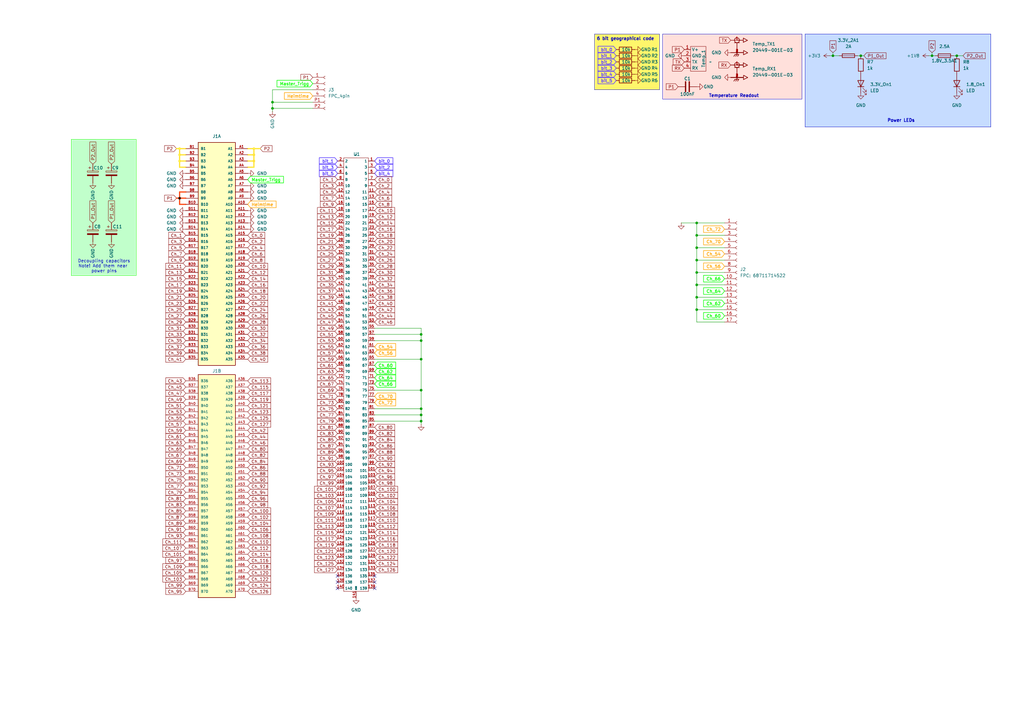
<source format=kicad_sch>
(kicad_sch (version 20250114) (generator "eeschema") (generator_version "9.0")
  (paper "A3")
  (rectangle (start 330.2 13.97) (end 406.4 52.07) (fill (type color) (color 198 220 255 1)))
  (rectangle (start 29.21 57.15) (end 55.88 113.03) (stroke (width 0) (color 39 255 15 1)) (fill (type color) (color 193 255 203 1)))
  (rectangle (start 271.78 13.97) (end 328.93 40.64) (fill (type color) (color 255 224 219 1)))
  (rectangle (start 243.84 13.97) (end 270.51 36.83) (fill (type color) (color 255 246 107 1)))
  (text "6 bit geographical code\n" (at 256.54 16.002 0) (effects (font (size 1.27 1.27) (thickness 0.254) (bold yes))))
  (text "Decoupling capacitors\nNote! Add them near \npower pins" (at 42.672 109.22 0) (effects (font (size 1.27 1.27))))
  (text "Power LEDs" (at 369.57 49.53 0) (effects (font (size 1.27 1.27) (thickness 0.254) (bold yes))))
  (text "Temperature Readout" (at 300.99 39.37 0) (effects (font (size 1.27 1.27) (thickness 0.254) (bold yes))))
  (junction (at 172.72 139.7))
  (junction (at 73.66 63.5) (color 255 228 54 0.8509803922))
  (junction (at 172.72 147.32))
  (junction (at 73.66 81.28) (color 0 0 0 0.85))
  (junction (at 104.14 63.5) (color 255 228 54 0.8509803922))
  (junction (at 104.14 66.04) (color 255 228 54 0.8509803922))
  (junction (at 285.75 127))
  (junction (at 285.75 116.84))
  (junction (at 172.72 170.18))
  (junction (at 285.75 96.52))
  (junction (at 285.75 91.44))
  (junction (at 172.72 172.72))
  (junction (at 341.63 22.86))
  (junction (at 285.75 121.92))
  (junction (at 353.06 22.86))
  (junction (at 73.66 60.96) (color 255 228 54 0.8509803922))
  (junction (at 382.27 22.86))
  (junction (at 285.75 106.68))
  (junction (at 392.43 22.86))
  (junction (at 285.75 101.6))
  (junction (at 73.66 66.04) (color 255 228 54 0.8509803922))
  (junction (at 111.76 44.45))
  (junction (at 172.72 160.02))
  (junction (at 111.76 41.91))
  (junction (at 104.14 60.96) (color 255 228 54 0.8509803922))
  (junction (at 285.75 111.76))
  (junction (at 172.72 167.64))
  (junction (at 172.72 137.16))
  (no_connect (at 153.67 238.76))
  (no_connect (at 153.67 241.3))
  (no_connect (at 138.43 241.3))
  (no_connect (at 153.67 236.22))
  (no_connect (at 138.43 236.22))
  (no_connect (at 138.43 238.76))
  (wire (pts (xy 297.18 132.08) (xy 285.75 132.08)))
  (wire (pts (xy 76.2 63.5) (xy 73.66 63.5)) (stroke (width 0.5) (color 255 228 54 0.8509803922)))
  (wire (pts (xy 72.39 81.28) (xy 73.66 81.28)) (stroke (width 0.5) (color 255 76 22 0.85)))
  (wire (pts (xy 111.76 41.91) (xy 128.27 41.91)))
  (wire (pts (xy 104.14 66.04) (xy 104.14 63.5)) (stroke (width 0.5) (color 255 228 54 0.85)))
  (wire (pts (xy 297.18 116.84) (xy 285.75 116.84)))
  (wire (pts (xy 172.72 139.7) (xy 172.72 147.32)))
  (wire (pts (xy 382.27 22.86) (xy 383.54 22.86)))
  (wire (pts (xy 297.18 127) (xy 285.75 127)))
  (wire (pts (xy 104.14 60.96) (xy 101.6 60.96)) (stroke (width 0.5) (color 255 228 54 0.85)))
  (wire (pts (xy 381 22.86) (xy 382.27 22.86)))
  (wire (pts (xy 297.18 121.92) (xy 285.75 121.92)))
  (wire (pts (xy 111.76 36.83) (xy 111.76 41.91)))
  (wire (pts (xy 285.75 91.44) (xy 297.18 91.44)))
  (wire (pts (xy 76.2 78.74) (xy 73.66 78.74)) (stroke (width 0.5) (color 255 76 22 0.85)))
  (wire (pts (xy 104.14 63.5) (xy 104.14 60.96)) (stroke (width 0.5) (color 255 228 54 0.85)))
  (wire (pts (xy 111.76 44.45) (xy 111.76 45.72)))
  (wire (pts (xy 73.66 83.82) (xy 73.66 81.28)) (stroke (width 0.5) (color 255 76 22 0.85)))
  (wire (pts (xy 285.75 111.76) (xy 285.75 106.68)))
  (wire (pts (xy 153.67 167.64) (xy 172.72 167.64)))
  (wire (pts (xy 76.2 66.04) (xy 73.66 66.04)) (stroke (width 0.5) (color 255 228 54 0.8509803922)))
  (wire (pts (xy 101.6 63.5) (xy 104.14 63.5)) (stroke (width 0.5) (color 255 228 54 0.85)))
  (wire (pts (xy 285.75 96.52) (xy 285.75 91.44)))
  (wire (pts (xy 101.6 66.04) (xy 104.14 66.04)) (stroke (width 0.5) (color 255 228 54 0.85)))
  (wire (pts (xy 111.76 44.45) (xy 128.27 44.45)))
  (wire (pts (xy 172.72 173.99) (xy 172.72 172.72)))
  (wire (pts (xy 353.06 22.86) (xy 354.33 22.86)))
  (wire (pts (xy 172.72 170.18) (xy 172.72 167.64)))
  (wire (pts (xy 76.2 83.82) (xy 73.66 83.82)) (stroke (width 0.5) (color 255 76 22 0.85)))
  (wire (pts (xy 153.67 160.02) (xy 172.72 160.02)))
  (wire (pts (xy 73.66 81.28) (xy 76.2 81.28)) (stroke (width 0.5) (color 255 76 22 0.85)))
  (wire (pts (xy 104.14 68.58) (xy 101.6 68.58)) (stroke (width 0.5) (color 255 228 54 0.85)))
  (wire (pts (xy 73.66 60.96) (xy 72.39 60.96)) (stroke (width 0.5) (color 255 228 54 0.85)))
  (wire (pts (xy 285.75 132.08) (xy 285.75 127)))
  (wire (pts (xy 73.66 78.74) (xy 73.66 81.28)) (stroke (width 0.5) (color 255 76 22 0.85)))
  (wire (pts (xy 128.27 36.83) (xy 111.76 36.83)))
  (wire (pts (xy 111.76 41.91) (xy 111.76 44.45)))
  (wire (pts (xy 172.72 167.64) (xy 172.72 160.02)))
  (wire (pts (xy 285.75 116.84) (xy 285.75 111.76)))
  (wire (pts (xy 285.75 106.68) (xy 285.75 101.6)))
  (wire (pts (xy 279.4 91.44) (xy 285.75 91.44)))
  (wire (pts (xy 341.63 22.86) (xy 344.17 22.86)))
  (wire (pts (xy 153.67 170.18) (xy 172.72 170.18)))
  (wire (pts (xy 172.72 137.16) (xy 172.72 139.7)))
  (wire (pts (xy 297.18 111.76) (xy 285.75 111.76)))
  (wire (pts (xy 153.67 139.7) (xy 172.72 139.7)))
  (wire (pts (xy 76.2 60.96) (xy 73.66 60.96)) (stroke (width 0.5) (color 255 228 54 0.85)))
  (wire (pts (xy 285.75 127) (xy 285.75 121.92)))
  (wire (pts (xy 172.72 134.62) (xy 172.72 137.16)))
  (wire (pts (xy 340.36 22.86) (xy 341.63 22.86)))
  (wire (pts (xy 76.2 68.58) (xy 73.66 68.58)) (stroke (width 0.5) (color 255 228 54 0.8509803922)))
  (wire (pts (xy 382.27 21.59) (xy 382.27 22.86)))
  (wire (pts (xy 297.18 96.52) (xy 285.75 96.52)))
  (wire (pts (xy 172.72 147.32) (xy 172.72 160.02)))
  (wire (pts (xy 297.18 106.68) (xy 285.75 106.68)))
  (wire (pts (xy 341.63 21.59) (xy 341.63 22.86)))
  (wire (pts (xy 153.67 147.32) (xy 172.72 147.32)))
  (wire (pts (xy 106.68 60.96) (xy 104.14 60.96)) (stroke (width 0.5) (color 255 228 54 0.85)))
  (wire (pts (xy 391.16 22.86) (xy 392.43 22.86)))
  (wire (pts (xy 392.43 22.86) (xy 394.97 22.86)))
  (wire (pts (xy 73.66 66.04) (xy 73.66 68.58)) (stroke (width 0.5) (color 255 228 54 0.8509803922)))
  (wire (pts (xy 172.72 172.72) (xy 172.72 170.18)))
  (wire (pts (xy 351.79 22.86) (xy 353.06 22.86)))
  (wire (pts (xy 153.67 134.62) (xy 172.72 134.62)))
  (wire (pts (xy 153.67 137.16) (xy 172.72 137.16)))
  (wire (pts (xy 73.66 60.96) (xy 73.66 63.5)) (stroke (width 0.5) (color 255 228 54 0.8509803922)))
  (wire (pts (xy 153.67 172.72) (xy 172.72 172.72)))
  (wire (pts (xy 285.75 101.6) (xy 285.75 96.52)))
  (wire (pts (xy 73.66 63.5) (xy 73.66 66.04)) (stroke (width 0.5) (color 255 228 54 0.8509803922)))
  (wire (pts (xy 297.18 101.6) (xy 285.75 101.6)))
  (wire (pts (xy 285.75 121.92) (xy 285.75 116.84)))
  (wire (pts (xy 104.14 68.58) (xy 104.14 66.04)) (stroke (width 0.5) (color 255 228 54 0.85)))
  (global_label "Ch_20" (shape input) (at 101.6 121.92 0) (property "Intersheetrefs" "${INTERSHEET_REFS}" (effects (hide yes))))
  (global_label "Ch_104" (shape input) (at 101.6 214.63 0) (property "Intersheetrefs" "${INTERSHEET_REFS}" (effects (hide yes))))
  (global_label "Ch_28" (shape input) (at 101.6 132.08 0) (property "Intersheetrefs" "${INTERSHEET_REFS}" (effects (hide yes))))
  (global_label "Ch_100" (shape input) (at 153.67 200.66 0) (property "Intersheetrefs" "${INTERSHEET_REFS}" (effects (hide yes))))
  (global_label "Ch_99" (shape input) (at 138.43 198.12 180) (property "Intersheetrefs" "${INTERSHEET_REFS}" (effects (hide yes))))
  (global_label "Ch_81" (shape input) (at 76.2 204.47 180) (property "Intersheetrefs" "${INTERSHEET_REFS}" (effects (hide yes))))
  (global_label "Ch_98" (shape input) (at 153.67 198.12 0) (property "Intersheetrefs" "${INTERSHEET_REFS}" (effects (hide yes))))
  (global_label "Ch_69" (shape input) (at 138.43 160.02 180) (property "Intersheetrefs" "${INTERSHEET_REFS}" (effects (hide yes))))
  (global_label "Ch_109" (shape input) (at 76.2 232.41 180) (property "Intersheetrefs" "${INTERSHEET_REFS}" (effects (hide yes))))
  (global_label "Ch_62" (shape input) (at 297.18 124.46 180) (effects (font (thickness 0.254) (bold yes))) (property "Intersheetrefs" "${INTERSHEET_REFS}" (effects (hide yes))))
  (global_label "Ch_110" (shape input) (at 153.67 213.36 0) (property "Intersheetrefs" "${INTERSHEET_REFS}" (effects (hide yes))))
  (global_label "Ch_116" (shape input) (at 101.6 229.87 0) (property "Intersheetrefs" "${INTERSHEET_REFS}" (effects (hide yes))))
  (global_label "Ch_56" (shape input) (at 153.67 144.78 0) (effects (font (thickness 0.254) (bold yes))) (property "Intersheetrefs" "${INTERSHEET_REFS}" (effects (hide yes))))
  (global_label "Ch_84" (shape input) (at 153.67 180.34 0) (property "Intersheetrefs" "${INTERSHEET_REFS}" (effects (hide yes))))
  (global_label "Ch_84" (shape input) (at 101.6 189.23 0) (property "Intersheetrefs" "${INTERSHEET_REFS}" (effects (hide yes))))
  (global_label "Ch_16" (shape input) (at 153.67 93.98 0) (property "Intersheetrefs" "${INTERSHEET_REFS}" (effects (hide yes))))
  (global_label "Ch_57" (shape input) (at 138.43 144.78 180) (property "Intersheetrefs" "${INTERSHEET_REFS}" (effects (hide yes))))
  (global_label "Ch_101" (shape input) (at 138.43 200.66 180) (property "Intersheetrefs" "${INTERSHEET_REFS}" (effects (hide yes))))
  (global_label "Ch_38" (shape input) (at 101.6 144.78 0) (property "Intersheetrefs" "${INTERSHEET_REFS}" (effects (hide yes))))
  (global_label "Ch_94" (shape input) (at 101.6 201.93 0) (property "Intersheetrefs" "${INTERSHEET_REFS}" (effects (hide yes))))
  (global_label "Ch_106" (shape input) (at 153.67 208.28 0) (property "Intersheetrefs" "${INTERSHEET_REFS}" (effects (hide yes))))
  (global_label "Ch_6" (shape input) (at 101.6 104.14 0) (property "Intersheetrefs" "${INTERSHEET_REFS}" (effects (hide yes))))
  (global_label "Ch_112" (shape input) (at 153.67 215.9 0) (property "Intersheetrefs" "${INTERSHEET_REFS}" (effects (hide yes))))
  (global_label "P1" (shape input) (at 72.39 81.28 180) (property "Intersheetrefs" "${INTERSHEET_REFS}" (effects (hide yes))))
  (global_label "Ch_96" (shape input) (at 101.6 204.47 0) (property "Intersheetrefs" "${INTERSHEET_REFS}" (effects (hide yes))))
  (global_label "Ch_82" (shape input) (at 153.67 177.8 0) (property "Intersheetrefs" "${INTERSHEET_REFS}" (effects (hide yes))))
  (global_label "Ch_59" (shape input) (at 138.43 147.32 180) (property "Intersheetrefs" "${INTERSHEET_REFS}" (effects (hide yes))))
  (global_label "Ch_45" (shape input) (at 76.2 158.75 180) (property "Intersheetrefs" "${INTERSHEET_REFS}" (effects (hide yes))))
  (global_label "Ch_97" (shape input) (at 138.43 195.58 180) (property "Intersheetrefs" "${INTERSHEET_REFS}" (effects (hide yes))))
  (global_label "Ch_112" (shape input) (at 101.6 224.79 0) (property "Intersheetrefs" "${INTERSHEET_REFS}" (effects (hide yes))))
  (global_label "Ch_40" (shape input) (at 101.6 147.32 0) (property "Intersheetrefs" "${INTERSHEET_REFS}" (effects (hide yes))))
  (global_label "Ch_61" (shape input) (at 138.43 149.86 180) (property "Intersheetrefs" "${INTERSHEET_REFS}" (effects (hide yes))))
  (global_label "Ch_80" (shape input) (at 153.67 175.26 0) (property "Intersheetrefs" "${INTERSHEET_REFS}" (effects (hide yes))))
  (global_label "Ch_117" (shape input) (at 138.43 220.98 180) (property "Intersheetrefs" "${INTERSHEET_REFS}" (effects (hide yes))))
  (global_label "P1" (shape input) (at 128.27 31.75 180) (property "Intersheetrefs" "${INTERSHEET_REFS}" (effects (hide yes))))
  (global_label "P1" (shape input) (at 280.67 20.32 180) (property "Intersheetrefs" "${INTERSHEET_REFS}" (effects (hide yes))))
  (global_label "Ch_87" (shape input) (at 138.43 182.88 180) (property "Intersheetrefs" "${INTERSHEET_REFS}" (effects (hide yes))))
  (global_label "P2_Out" (shape input) (at 45.72 67.31 90) (property "Intersheetrefs" "${INTERSHEET_REFS}" (effects (hide yes))))
  (global_label "Ch_73" (shape input) (at 138.43 165.1 180) (property "Intersheetrefs" "${INTERSHEET_REFS}" (effects (hide yes))))
  (global_label "Ch_87" (shape input) (at 76.2 212.09 180) (property "Intersheetrefs" "${INTERSHEET_REFS}" (effects (hide yes))))
  (global_label "Ch_26" (shape input) (at 153.67 106.68 0) (property "Intersheetrefs" "${INTERSHEET_REFS}" (effects (hide yes))))
  (global_label "Ch_1" (shape input) (at 138.43 73.66 180) (property "Intersheetrefs" "${INTERSHEET_REFS}" (effects (hide yes))))
  (global_label "Ch_117" (shape input) (at 101.6 161.29 0) (property "Intersheetrefs" "${INTERSHEET_REFS}" (effects (hide yes))))
  (global_label "Ch_67" (shape input) (at 138.43 157.48 180) (property "Intersheetrefs" "${INTERSHEET_REFS}" (effects (hide yes))))
  (global_label "Ch_85" (shape input) (at 138.43 180.34 180) (property "Intersheetrefs" "${INTERSHEET_REFS}" (effects (hide yes))))
  (global_label "Ch_17" (shape input) (at 76.2 116.84 180) (property "Intersheetrefs" "${INTERSHEET_REFS}" (effects (hide yes))))
  (global_label "Ch_122" (shape input) (at 153.67 228.6 0) (property "Intersheetrefs" "${INTERSHEET_REFS}" (effects (hide yes))))
  (global_label "P1_Out" (shape input) (at 45.72 91.44 90) (property "Intersheetrefs" "${INTERSHEET_REFS}" (effects (hide yes))))
  (global_label "Ch_0" (shape input) (at 153.67 73.66 0) (property "Intersheetrefs" "${INTERSHEET_REFS}" (effects (hide yes))))
  (global_label "Ch_97" (shape input) (at 76.2 229.87 180) (property "Intersheetrefs" "${INTERSHEET_REFS}" (effects (hide yes))))
  (global_label "Ch_95" (shape input) (at 138.43 193.04 180) (property "Intersheetrefs" "${INTERSHEET_REFS}" (effects (hide yes))))
  (global_label "Ch_60" (shape input) (at 297.18 129.54 180) (effects (font (thickness 0.254) (bold yes))) (property "Intersheetrefs" "${INTERSHEET_REFS}" (effects (hide yes))))
  (global_label "Ch_31" (shape input) (at 138.43 111.76 180) (property "Intersheetrefs" "${INTERSHEET_REFS}" (effects (hide yes))))
  (global_label "Ch_111" (shape input) (at 138.43 213.36 180) (property "Intersheetrefs" "${INTERSHEET_REFS}" (effects (hide yes))))
  (global_label "Ch_111" (shape input) (at 76.2 222.25 180) (property "Intersheetrefs" "${INTERSHEET_REFS}" (effects (hide yes))))
  (global_label "Ch_18" (shape input) (at 153.67 96.52 0) (property "Intersheetrefs" "${INTERSHEET_REFS}" (effects (hide yes))))
  (global_label "Ch_10" (shape input) (at 101.6 109.22 0) (property "Intersheetrefs" "${INTERSHEET_REFS}" (effects (hide yes))))
  (global_label "P1_Out" (shape input) (at 354.33 22.86 0) (property "Intersheetrefs" "${INTERSHEET_REFS}" (effects (hide yes))))
  (global_label "Ch_28" (shape input) (at 153.67 109.22 0) (property "Intersheetrefs" "${INTERSHEET_REFS}" (effects (hide yes))))
  (global_label "Ch_64" (shape input) (at 297.18 119.38 180) (effects (font (thickness 0.254) (bold yes))) (property "Intersheetrefs" "${INTERSHEET_REFS}" (effects (hide yes))))
  (global_label "Ch_116" (shape input) (at 153.67 220.98 0) (property "Intersheetrefs" "${INTERSHEET_REFS}" (effects (hide yes))))
  (global_label "Ch_11" (shape input) (at 76.2 109.22 180) (property "Intersheetrefs" "${INTERSHEET_REFS}" (effects (hide yes))))
  (global_label "Ch_51" (shape input) (at 76.2 166.37 180) (property "Intersheetrefs" "${INTERSHEET_REFS}" (effects (hide yes))))
  (global_label "Ch_103" (shape input) (at 138.43 203.2 180) (property "Intersheetrefs" "${INTERSHEET_REFS}" (effects (hide yes))))
  (global_label "Ch_67" (shape input) (at 76.2 186.69 180) (property "Intersheetrefs" "${INTERSHEET_REFS}" (effects (hide yes))))
  (global_label "Ch_119" (shape input) (at 101.6 163.83 0) (property "Intersheetrefs" "${INTERSHEET_REFS}" (effects (hide yes))))
  (global_label "P1_Out" (shape input) (at 38.1 91.44 90) (property "Intersheetrefs" "${INTERSHEET_REFS}" (effects (hide yes))))
  (global_label "P2" (shape input) (at 72.39 60.96 180) (property "Intersheetrefs" "${INTERSHEET_REFS}" (effects (hide yes))))
  (global_label "Ch_32" (shape input) (at 153.67 114.3 0) (property "Intersheetrefs" "${INTERSHEET_REFS}" (effects (hide yes))))
  (global_label "Ch_95" (shape input) (at 76.2 242.57 180) (property "Intersheetrefs" "${INTERSHEET_REFS}" (effects (hide yes))))
  (global_label "Ch_108" (shape input) (at 101.6 219.71 0) (property "Intersheetrefs" "${INTERSHEET_REFS}" (effects (hide yes))))
  (global_label "Ch_55" (shape input) (at 138.43 142.24 180) (property "Intersheetrefs" "${INTERSHEET_REFS}" (effects (hide yes))))
  (global_label "Ch_23" (shape input) (at 76.2 124.46 180) (property "Intersheetrefs" "${INTERSHEET_REFS}" (effects (hide yes))))
  (global_label "Ch_25" (shape input) (at 76.2 127 180) (property "Intersheetrefs" "${INTERSHEET_REFS}" (effects (hide yes))))
  (global_label "Ch_119" (shape input) (at 138.43 223.52 180) (property "Intersheetrefs" "${INTERSHEET_REFS}" (effects (hide yes))))
  (global_label "Ch_41" (shape input) (at 138.43 124.46 180) (property "Intersheetrefs" "${INTERSHEET_REFS}" (effects (hide yes))))
  (global_label "Ch_16" (shape input) (at 101.6 116.84 0) (property "Intersheetrefs" "${INTERSHEET_REFS}" (effects (hide yes))))
  (global_label "Ch_83" (shape input) (at 138.43 177.8 180) (property "Intersheetrefs" "${INTERSHEET_REFS}" (effects (hide yes))))
  (global_label "Ch_39" (shape input) (at 138.43 121.92 180) (property "Intersheetrefs" "${INTERSHEET_REFS}" (effects (hide yes))))
  (global_label "Ch_124" (shape input) (at 101.6 240.03 0) (property "Intersheetrefs" "${INTERSHEET_REFS}" (effects (hide yes))))
  (global_label "Ch_1" (shape input) (at 76.2 96.52 180) (property "Intersheetrefs" "${INTERSHEET_REFS}" (effects (hide yes))))
  (global_label "Ch_21" (shape input) (at 76.2 121.92 180) (property "Intersheetrefs" "${INTERSHEET_REFS}" (effects (hide yes))))
  (global_label "Ch_46" (shape input) (at 153.67 132.08 0) (property "Intersheetrefs" "${INTERSHEET_REFS}" (effects (hide yes))))
  (global_label "Ch_33" (shape input) (at 76.2 137.16 180) (property "Intersheetrefs" "${INTERSHEET_REFS}" (effects (hide yes))))
  (global_label "Ch_72" (shape input) (at 153.67 165.1 0) (effects (font (thickness 0.254) (bold yes))) (property "Intersheetrefs" "${INTERSHEET_REFS}" (effects (hide yes))))
  (global_label "Ch_93" (shape input) (at 76.2 219.71 180) (property "Intersheetrefs" "${INTERSHEET_REFS}" (effects (hide yes))))
  (global_label "Ch_63" (shape input) (at 138.43 152.4 180) (property "Intersheetrefs" "${INTERSHEET_REFS}" (effects (hide yes))))
  (global_label "Ch_71" (shape input) (at 76.2 191.77 180) (property "Intersheetrefs" "${INTERSHEET_REFS}" (effects (hide yes))))
  (global_label "Ch_107" (shape input) (at 76.2 224.79 180) (property "Intersheetrefs" "${INTERSHEET_REFS}" (effects (hide yes))))
  (global_label "P2" (shape input) (at 382.27 21.59 90) (property "Intersheetrefs" "${INTERSHEET_REFS}" (effects (hide yes))))
  (global_label "Ch_4" (shape input) (at 101.6 101.6 0) (property "Intersheetrefs" "${INTERSHEET_REFS}" (effects (hide yes))))
  (global_label "Ch_72" (shape input) (at 297.18 93.98 180) (effects (font (thickness 0.254) (bold yes))) (property "Intersheetrefs" "${INTERSHEET_REFS}" (effects (hide yes))))
  (global_label "Ch_105" (shape input) (at 76.2 234.95 180) (property "Intersheetrefs" "${INTERSHEET_REFS}" (effects (hide yes))))
  (global_label "bit_4" (shape input) (at 153.67 71.12 0) (effects (font (thickness 0.254) (bold yes))) (property "Intersheetrefs" "${INTERSHEET_REFS}" (effects (hide yes))))
  (global_label "Ch_47" (shape input) (at 138.43 132.08 180) (property "Intersheetrefs" "${INTERSHEET_REFS}" (effects (hide yes))))
  (global_label "Ch_127" (shape input) (at 138.43 233.68 180) (property "Intersheetrefs" "${INTERSHEET_REFS}" (effects (hide yes))))
  (global_label "Ch_11" (shape input) (at 138.43 86.36 180) (property "Intersheetrefs" "${INTERSHEET_REFS}" (effects (hide yes))))
  (global_label "P2_Out" (shape input) (at 38.1 67.31 90) (property "Intersheetrefs" "${INTERSHEET_REFS}" (effects (hide yes))))
  (global_label "Ch_105" (shape input) (at 138.43 205.74 180) (property "Intersheetrefs" "${INTERSHEET_REFS}" (effects (hide yes))))
  (global_label "Ch_75" (shape input) (at 76.2 196.85 180) (property "Intersheetrefs" "${INTERSHEET_REFS}" (effects (hide yes))))
  (global_label "bit_1" (shape input) (at 138.43 66.04 180) (effects (font (thickness 0.254) (bold yes))) (property "Intersheetrefs" "${INTERSHEET_REFS}" (effects (hide yes))))
  (global_label "bit_0" (shape input) (at 252.73 20.32 180) (effects (font (thickness 0.254) (bold yes))) (property "Intersheetrefs" "${INTERSHEET_REFS}" (effects (hide yes))))
  (global_label "Ch_29" (shape input) (at 138.43 109.22 180) (property "Intersheetrefs" "${INTERSHEET_REFS}" (effects (hide yes))))
  (global_label "Ch_37" (shape input) (at 76.2 142.24 180) (property "Intersheetrefs" "${INTERSHEET_REFS}" (effects (hide yes))))
  (global_label "Ch_88" (shape input) (at 153.67 185.42 0) (property "Intersheetrefs" "${INTERSHEET_REFS}" (effects (hide yes))))
  (global_label "Ch_94" (shape input) (at 153.67 193.04 0) (property "Intersheetrefs" "${INTERSHEET_REFS}" (effects (hide yes))))
  (global_label "Heimtime" (shape input) (at 128.27 39.37 180) (effects (font (thickness 0.254) (bold yes))) (property "Intersheetrefs" "${INTERSHEET_REFS}" (effects (hide yes))))
  (global_label "Ch_43" (shape input) (at 76.2 156.21 180) (property "Intersheetrefs" "${INTERSHEET_REFS}" (effects (hide yes))))
  (global_label "Ch_113" (shape input) (at 138.43 215.9 180) (property "Intersheetrefs" "${INTERSHEET_REFS}" (effects (hide yes))))
  (global_label "Ch_6" (shape input) (at 153.67 81.28 0) (property "Intersheetrefs" "${INTERSHEET_REFS}" (effects (hide yes))))
  (global_label "Ch_64" (shape input) (at 153.67 154.94 0) (effects (font (thickness 0.254) (bold yes))) (property "Intersheetrefs" "${INTERSHEET_REFS}" (effects (hide yes))))
  (global_label "Ch_85" (shape input) (at 76.2 209.55 180) (property "Intersheetrefs" "${INTERSHEET_REFS}" (effects (hide yes))))
  (global_label "Ch_122" (shape input) (at 101.6 237.49 0) (property "Intersheetrefs" "${INTERSHEET_REFS}" (effects (hide yes))))
  (global_label "Ch_103" (shape input) (at 76.2 237.49 180) (property "Intersheetrefs" "${INTERSHEET_REFS}" (effects (hide yes))))
  (global_label "Ch_23" (shape input) (at 138.43 101.6 180) (property "Intersheetrefs" "${INTERSHEET_REFS}" (effects (hide yes))))
  (global_label "bit_3" (shape input) (at 138.43 68.58 180) (effects (font (thickness 0.254) (bold yes))) (property "Intersheetrefs" "${INTERSHEET_REFS}" (effects (hide yes))))
  (global_label "Ch_2" (shape input) (at 153.67 76.2 0) (property "Intersheetrefs" "${INTERSHEET_REFS}" (effects (hide yes))))
  (global_label "Ch_41" (shape input) (at 76.2 147.32 180) (property "Intersheetrefs" "${INTERSHEET_REFS}" (effects (hide yes))))
  (global_label "Ch_92" (shape input) (at 101.6 199.39 0) (property "Intersheetrefs" "${INTERSHEET_REFS}" (effects (hide yes))))
  (global_label "Ch_101" (shape input) (at 76.2 227.33 180) (property "Intersheetrefs" "${INTERSHEET_REFS}" (effects (hide yes))))
  (global_label "Ch_69" (shape input) (at 76.2 189.23 180) (property "Intersheetrefs" "${INTERSHEET_REFS}" (effects (hide yes))))
  (global_label "Ch_60" (shape input) (at 153.67 149.86 0) (effects (font (thickness 0.254) (bold yes))) (property "Intersheetrefs" "${INTERSHEET_REFS}" (effects (hide yes))))
  (global_label "Ch_126" (shape input) (at 153.67 233.68 0) (property "Intersheetrefs" "${INTERSHEET_REFS}" (effects (hide yes))))
  (global_label "Ch_81" (shape input) (at 138.43 175.26 180) (property "Intersheetrefs" "${INTERSHEET_REFS}" (effects (hide yes))))
  (global_label "Ch_13" (shape input) (at 138.43 88.9 180) (property "Intersheetrefs" "${INTERSHEET_REFS}" (effects (hide yes))))
  (global_label "Ch_31" (shape input) (at 76.2 134.62 180) (property "Intersheetrefs" "${INTERSHEET_REFS}" (effects (hide yes))))
  (global_label "Ch_36" (shape input) (at 153.67 119.38 0) (property "Intersheetrefs" "${INTERSHEET_REFS}" (effects (hide yes))))
  (global_label "Ch_86" (shape input) (at 101.6 191.77 0) (property "Intersheetrefs" "${INTERSHEET_REFS}" (effects (hide yes))))
  (global_label "Ch_10" (shape input) (at 153.67 86.36 0) (property "Intersheetrefs" "${INTERSHEET_REFS}" (effects (hide yes))))
  (global_label "Ch_89" (shape input) (at 138.43 185.42 180) (property "Intersheetrefs" "${INTERSHEET_REFS}" (effects (hide yes))))
  (global_label "Ch_26" (shape input) (at 101.6 129.54 0) (property "Intersheetrefs" "${INTERSHEET_REFS}" (effects (hide yes))))
  (global_label "Ch_43" (shape input) (at 138.43 127 180) (property "Intersheetrefs" "${INTERSHEET_REFS}" (effects (hide yes))))
  (global_label "Ch_30" (shape input) (at 101.6 134.62 0) (property "Intersheetrefs" "${INTERSHEET_REFS}" (effects (hide yes))))
  (global_label "Ch_42" (shape input) (at 153.67 127 0) (property "Intersheetrefs" "${INTERSHEET_REFS}" (effects (hide yes))))
  (global_label "Ch_30" (shape input) (at 153.67 111.76 0) (property "Intersheetrefs" "${INTERSHEET_REFS}" (effects (hide yes))))
  (global_label "Ch_77" (shape input) (at 76.2 199.39 180) (property "Intersheetrefs" "${INTERSHEET_REFS}" (effects (hide yes))))
  (global_label "P1" (shape input) (at 278.13 35.56 180) (property "Intersheetrefs" "${INTERSHEET_REFS}" (effects (hide yes))))
  (global_label "Ch_61" (shape input) (at 76.2 179.07 180) (property "Intersheetrefs" "${INTERSHEET_REFS}" (effects (hide yes))))
  (global_label "Ch_110" (shape input) (at 101.6 222.25 0) (property "Intersheetrefs" "${INTERSHEET_REFS}" (effects (hide yes))))
  (global_label "Ch_65" (shape input) (at 76.2 184.15 180) (property "Intersheetrefs" "${INTERSHEET_REFS}" (effects (hide yes))))
  (global_label "Ch_38" (shape input) (at 153.67 121.92 0) (property "Intersheetrefs" "${INTERSHEET_REFS}" (effects (hide yes))))
  (global_label "Ch_104" (shape input) (at 153.67 205.74 0) (property "Intersheetrefs" "${INTERSHEET_REFS}" (effects (hide yes))))
  (global_label "Ch_3" (shape input) (at 138.43 76.2 180) (property "Intersheetrefs" "${INTERSHEET_REFS}" (effects (hide yes))))
  (global_label "Ch_54" (shape input) (at 153.67 142.24 0) (effects (font (thickness 0.254) (bold yes))) (property "Intersheetrefs" "${INTERSHEET_REFS}" (effects (hide yes))))
  (global_label "Ch_126" (shape input) (at 101.6 242.57 0) (property "Intersheetrefs" "${INTERSHEET_REFS}" (effects (hide yes))))
  (global_label "Ch_15" (shape input) (at 138.43 91.44 180) (property "Intersheetrefs" "${INTERSHEET_REFS}" (effects (hide yes))))
  (global_label "Ch_19" (shape input) (at 138.43 96.52 180) (property "Intersheetrefs" "${INTERSHEET_REFS}" (effects (hide yes))))
  (global_label "Ch_89" (shape input) (at 76.2 214.63 180) (property "Intersheetrefs" "${INTERSHEET_REFS}" (effects (hide yes))))
  (global_label "Ch_127" (shape input) (at 101.6 173.99 0) (property "Intersheetrefs" "${INTERSHEET_REFS}" (effects (hide yes))))
  (global_label "TX" (shape input) (at 280.67 25.4 180) (property "Intersheetrefs" "${INTERSHEET_REFS}" (effects (hide yes))))
  (global_label "Ch_113" (shape input) (at 101.6 156.21 0) (property "Intersheetrefs" "${INTERSHEET_REFS}" (effects (hide yes))))
  (global_label "Ch_120" (shape input) (at 101.6 234.95 0) (property "Intersheetrefs" "${INTERSHEET_REFS}" (effects (hide yes))))
  (global_label "Ch_53" (shape input) (at 76.2 168.91 180) (property "Intersheetrefs" "${INTERSHEET_REFS}" (effects (hide yes))))
  (global_label "Ch_12" (shape input) (at 101.6 111.76 0) (property "Intersheetrefs" "${INTERSHEET_REFS}" (effects (hide yes))))
  (global_label "TX" (shape input) (at 299.72 16.51 180) (property "Intersheetrefs" "${INTERSHEET_REFS}" (effects (hide yes))))
  (global_label "Ch_114" (shape input) (at 153.67 218.44 0) (property "Intersheetrefs" "${INTERSHEET_REFS}" (effects (hide yes))))
  (global_label "Ch_46" (shape input) (at 101.6 181.61 0) (property "Intersheetrefs" "${INTERSHEET_REFS}" (effects (hide yes))))
  (global_label "Ch_5" (shape input) (at 76.2 101.6 180) (property "Intersheetrefs" "${INTERSHEET_REFS}" (effects (hide yes))))
  (global_label "Ch_96" (shape input) (at 153.67 195.58 0) (property "Intersheetrefs" "${INTERSHEET_REFS}" (effects (hide yes))))
  (global_label "bit_5" (shape input) (at 252.73 33.02 180) (effects (font (thickness 0.254) (bold yes))) (property "Intersheetrefs" "${INTERSHEET_REFS}" (effects (hide yes))))
  (global_label "Ch_2" (shape input) (at 101.6 99.06 0) (property "Intersheetrefs" "${INTERSHEET_REFS}" (effects (hide yes))))
  (global_label "Ch_47" (shape input) (at 76.2 161.29 180) (property "Intersheetrefs" "${INTERSHEET_REFS}" (effects (hide yes))))
  (global_label "Ch_13" (shape input) (at 76.2 111.76 180) (property "Intersheetrefs" "${INTERSHEET_REFS}" (effects (hide yes))))
  (global_label "Ch_22" (shape input) (at 101.6 124.46 0) (property "Intersheetrefs" "${INTERSHEET_REFS}" (effects (hide yes))))
  (global_label "Ch_93" (shape input) (at 138.43 190.5 180) (property "Intersheetrefs" "${INTERSHEET_REFS}" (effects (hide yes))))
  (global_label "Ch_99" (shape input) (at 76.2 240.03 180) (property "Intersheetrefs" "${INTERSHEET_REFS}" (effects (hide yes))))
  (global_label "Ch_54" (shape input) (at 297.18 104.14 180) (effects (font (thickness 0.254) (bold yes))) (property "Intersheetrefs" "${INTERSHEET_REFS}" (effects (hide yes))))
  (global_label "Ch_7" (shape input) (at 138.43 81.28 180) (property "Intersheetrefs" "${INTERSHEET_REFS}" (effects (hide yes))))
  (global_label "Ch_19" (shape input) (at 76.2 119.38 180) (property "Intersheetrefs" "${INTERSHEET_REFS}" (effects (hide yes))))
  (global_label "Ch_121" (shape input) (at 138.43 226.06 180) (property "Intersheetrefs" "${INTERSHEET_REFS}" (effects (hide yes))))
  (global_label "Ch_59" (shape input) (at 76.2 176.53 180) (property "Intersheetrefs" "${INTERSHEET_REFS}" (effects (hide yes))))
  (global_label "Ch_39" (shape input) (at 76.2 144.78 180) (property "Intersheetrefs" "${INTERSHEET_REFS}" (effects (hide yes))))
  (global_label "Ch_90" (shape input) (at 153.67 187.96 0) (property "Intersheetrefs" "${INTERSHEET_REFS}" (effects (hide yes))))
  (global_label "Ch_100" (shape input) (at 101.6 209.55 0) (property "Intersheetrefs" "${INTERSHEET_REFS}" (effects (hide yes))))
  (global_label "Ch_92" (shape input) (at 153.67 190.5 0) (property "Intersheetrefs" "${INTERSHEET_REFS}" (effects (hide yes))))
  (global_label "Ch_34" (shape input) (at 153.67 116.84 0) (property "Intersheetrefs" "${INTERSHEET_REFS}" (effects (hide yes))))
  (global_label "Ch_115" (shape input) (at 101.6 158.75 0) (property "Intersheetrefs" "${INTERSHEET_REFS}" (effects (hide yes))))
  (global_label "Ch_12" (shape input) (at 153.67 88.9 0) (property "Intersheetrefs" "${INTERSHEET_REFS}" (effects (hide yes))))
  (global_label "Ch_49" (shape input) (at 138.43 134.62 180) (property "Intersheetrefs" "${INTERSHEET_REFS}" (effects (hide yes))))
  (global_label "Ch_44" (shape input) (at 153.67 129.54 0) (property "Intersheetrefs" "${INTERSHEET_REFS}" (effects (hide yes))))
  (global_label "Ch_62" (shape input) (at 153.67 152.4 0) (effects (font (thickness 0.254) (bold yes))) (property "Intersheetrefs" "${INTERSHEET_REFS}" (effects (hide yes))))
  (global_label "Ch_79" (shape input) (at 138.43 172.72 180) (property "Intersheetrefs" "${INTERSHEET_REFS}" (effects (hide yes))))
  (global_label "bit_1" (shape input) (at 252.73 22.86 180) (effects (font (thickness 0.254) (bold yes))) (property "Intersheetrefs" "${INTERSHEET_REFS}" (effects (hide yes))))
  (global_label "Ch_27" (shape input) (at 76.2 129.54 180) (property "Intersheetrefs" "${INTERSHEET_REFS}" (effects (hide yes))))
  (global_label "Ch_102" (shape input) (at 101.6 212.09 0) (property "Intersheetrefs" "${INTERSHEET_REFS}" (effects (hide yes))))
  (global_label "Ch_22" (shape input) (at 153.67 101.6 0) (property "Intersheetrefs" "${INTERSHEET_REFS}" (effects (hide yes))))
  (global_label "Ch_71" (shape input) (at 138.43 162.56 180) (property "Intersheetrefs" "${INTERSHEET_REFS}" (effects (hide yes))))
  (global_label "Ch_73" (shape input) (at 76.2 194.31 180) (property "Intersheetrefs" "${INTERSHEET_REFS}" (effects (hide yes))))
  (global_label "Ch_18" (shape input) (at 101.6 119.38 0) (property "Intersheetrefs" "${INTERSHEET_REFS}" (effects (hide yes))))
  (global_label "Master_Trigg" (shape input) (at 128.27 34.29 180) (effects (font (thickness 0.254) (bold yes))) (property "Intersheetrefs" "${INTERSHEET_REFS}" (effects (hide yes))))
  (global_label "Ch_83" (shape input) (at 76.2 207.01 180) (property "Intersheetrefs" "${INTERSHEET_REFS}" (effects (hide yes))))
  (global_label "bit_5" (shape input) (at 138.43 71.12 180) (effects (font (thickness 0.254) (bold yes))) (property "Intersheetrefs" "${INTERSHEET_REFS}" (effects (hide yes))))
  (global_label "Ch_40" (shape input) (at 153.67 124.46 0) (property "Intersheetrefs" "${INTERSHEET_REFS}" (effects (hide yes))))
  (global_label "Ch_82" (shape input) (at 101.6 186.69 0) (property "Intersheetrefs" "${INTERSHEET_REFS}" (effects (hide yes))))
  (global_label "Ch_125" (shape input) (at 138.43 231.14 180) (property "Intersheetrefs" "${INTERSHEET_REFS}" (effects (hide yes))))
  (global_label "Ch_102" (shape input) (at 153.67 203.2 0) (property "Intersheetrefs" "${INTERSHEET_REFS}" (effects (hide yes))))
  (global_label "bit_2" (shape input) (at 153.67 68.58 0) (effects (font (thickness 0.254) (bold yes))) (property "Intersheetrefs" "${INTERSHEET_REFS}" (effects (hide yes))))
  (global_label "RX" (shape input) (at 280.67 27.94 180) (property "Intersheetrefs" "${INTERSHEET_REFS}" (effects (hide yes))))
  (global_label "Ch_21" (shape input) (at 138.43 99.06 180) (property "Intersheetrefs" "${INTERSHEET_REFS}" (effects (hide yes))))
  (global_label "Ch_86" (shape input) (at 153.67 182.88 0) (property "Intersheetrefs" "${INTERSHEET_REFS}" (effects (hide yes))))
  (global_label "Ch_70" (shape input) (at 153.67 162.56 0) (effects (font (thickness 0.254) (bold yes))) (property "Intersheetrefs" "${INTERSHEET_REFS}" (effects (hide yes))))
  (global_label "Ch_66" (shape input) (at 153.67 157.48 0) (effects (font (thickness 0.254) (bold yes))) (property "Intersheetrefs" "${INTERSHEET_REFS}" (effects (hide yes))))
  (global_label "Ch_24" (shape input) (at 153.67 104.14 0) (property "Intersheetrefs" "${INTERSHEET_REFS}" (effects (hide yes))))
  (global_label "Ch_63" (shape input) (at 76.2 181.61 180) (property "Intersheetrefs" "${INTERSHEET_REFS}" (effects (hide yes))))
  (global_label "Ch_49" (shape input) (at 76.2 163.83 180) (property "Intersheetrefs" "${INTERSHEET_REFS}" (effects (hide yes))))
  (global_label "Ch_118" (shape input) (at 153.67 223.52 0) (property "Intersheetrefs" "${INTERSHEET_REFS}" (effects (hide yes))))
  (global_label "Heimtime" (shape input) (at 101.6 83.82 0) (effects (font (thickness 0.254) (bold yes))) (property "Intersheetrefs" "${INTERSHEET_REFS}" (effects (hide yes))))
  (global_label "Ch_4" (shape input) (at 153.67 78.74 0) (property "Intersheetrefs" "${INTERSHEET_REFS}" (effects (hide yes))))
  (global_label "P2_Out" (shape input) (at 394.97 22.86 0) (property "Intersheetrefs" "${INTERSHEET_REFS}" (effects (hide yes))))
  (global_label "Ch_7" (shape input) (at 76.2 104.14 180) (property "Intersheetrefs" "${INTERSHEET_REFS}" (effects (hide yes))))
  (global_label "Ch_53" (shape input) (at 138.43 139.7 180) (property "Intersheetrefs" "${INTERSHEET_REFS}" (effects (hide yes))))
  (global_label "Ch_125" (shape input) (at 101.6 171.45 0) (property "Intersheetrefs" "${INTERSHEET_REFS}" (effects (hide yes))))
  (global_label "Ch_8" (shape input) (at 153.67 83.82 0) (property "Intersheetrefs" "${INTERSHEET_REFS}" (effects (hide yes))))
  (global_label "Ch_42" (shape input) (at 101.6 176.53 0) (property "Intersheetrefs" "${INTERSHEET_REFS}" (effects (hide yes))))
  (global_label "P1" (shape input) (at 341.63 21.59 90) (property "Intersheetrefs" "${INTERSHEET_REFS}" (effects (hide yes))))
  (global_label "Ch_44" (shape input) (at 101.6 179.07 0) (property "Intersheetrefs" "${INTERSHEET_REFS}" (effects (hide yes))))
  (global_label "Ch_79" (shape input) (at 76.2 201.93 180) (property "Intersheetrefs" "${INTERSHEET_REFS}" (effects (hide yes))))
  (global_label "Ch_123" (shape input) (at 138.43 228.6 180) (property "Intersheetrefs" "${INTERSHEET_REFS}" (effects (hide yes))))
  (global_label "Ch_5" (shape input) (at 138.43 78.74 180) (property "Intersheetrefs" "${INTERSHEET_REFS}" (effects (hide yes))))
  (global_label "Ch_120" (shape input) (at 153.67 226.06 0) (property "Intersheetrefs" "${INTERSHEET_REFS}" (effects (hide yes))))
  (global_label "Ch_27" (shape input) (at 138.43 106.68 180) (property "Intersheetrefs" "${INTERSHEET_REFS}" (effects (hide yes))))
  (global_label "Ch_121" (shape input) (at 101.6 166.37 0) (property "Intersheetrefs" "${INTERSHEET_REFS}" (effects (hide yes))))
  (global_label "Ch_45" (shape input) (at 138.43 129.54 180) (property "Intersheetrefs" "${INTERSHEET_REFS}" (effects (hide yes))))
  (global_label "Master_Trigg" (shape input) (at 101.6 73.66 0) (effects (font (thickness 0.254) (bold yes))) (property "Intersheetrefs" "${INTERSHEET_REFS}" (effects (hide yes))))
  (global_label "Ch_51" (shape input) (at 138.43 137.16 180) (property "Intersheetrefs" "${INTERSHEET_REFS}" (effects (hide yes))))
  (global_label "Ch_20" (shape input) (at 153.67 99.06 0) (property "Intersheetrefs" "${INTERSHEET_REFS}" (effects (hide yes))))
  (global_label "Ch_108" (shape input) (at 153.67 210.82 0) (property "Intersheetrefs" "${INTERSHEET_REFS}" (effects (hide yes))))
  (global_label "Ch_15" (shape input) (at 76.2 114.3 180) (property "Intersheetrefs" "${INTERSHEET_REFS}" (effects (hide yes))))
  (global_label "Ch_35" (shape input) (at 138.43 116.84 180) (property "Intersheetrefs" "${INTERSHEET_REFS}" (effects (hide yes))))
  (global_label "Ch_33" (shape input) (at 138.43 114.3 180) (property "Intersheetrefs" "${INTERSHEET_REFS}" (effects (hide yes))))
  (global_label "Ch_56" (shape input) (at 297.18 109.22 180) (effects (font (thickness 0.254) (bold yes))) (property "Intersheetrefs" "${INTERSHEET_REFS}" (effects (hide yes))))
  (global_label "Ch_32" (shape input) (at 101.6 137.16 0) (property "Intersheetrefs" "${INTERSHEET_REFS}" (effects (hide yes))))
  (global_label "Ch_109" (shape input) (at 138.43 210.82 180) (property "Intersheetrefs" "${INTERSHEET_REFS}" (effects (hide yes))))
  (global_label "Ch_77" (shape input) (at 138.43 170.18 180) (property "Intersheetrefs" "${INTERSHEET_REFS}" (effects (hide yes))))
  (global_label "Ch_124" (shape input) (at 153.67 231.14 0) (property "Intersheetrefs" "${INTERSHEET_REFS}" (effects (hide yes))))
  (global_label "bit_4" (shape input) (at 252.73 30.48 180) (effects (font (thickness 0.254) (bold yes))) (property "Intersheetrefs" "${INTERSHEET_REFS}" (effects (hide yes))))
  (global_label "Ch_24" (shape input) (at 101.6 127 0) (property "Intersheetrefs" "${INTERSHEET_REFS}" (effects (hide yes))))
  (global_label "Ch_90" (shape input) (at 101.6 196.85 0) (property "Intersheetrefs" "${INTERSHEET_REFS}" (effects (hide yes))))
  (global_label "Ch_106" (shape input) (at 101.6 217.17 0) (property "Intersheetrefs" "${INTERSHEET_REFS}" (effects (hide yes))))
  (global_label "Ch_34" (shape input) (at 101.6 139.7 0) (property "Intersheetrefs" "${INTERSHEET_REFS}" (effects (hide yes))))
  (global_label "Ch_80" (shape input) (at 101.6 184.15 0) (property "Intersheetrefs" "${INTERSHEET_REFS}" (effects (hide yes))))
  (global_label "Ch_14" (shape input) (at 153.67 91.44 0) (property "Intersheetrefs" "${INTERSHEET_REFS}" (effects (hide yes))))
  (global_label "RX" (shape input) (at 299.72 26.67 180) (property "Intersheetrefs" "${INTERSHEET_REFS}" (effects (hide yes))))
  (global_label "Ch_29" (shape input) (at 76.2 132.08 180) (property "Intersheetrefs" "${INTERSHEET_REFS}" (effects (hide yes))))
  (global_label "Ch_36" (shape input) (at 101.6 142.24 0) (property "Intersheetrefs" "${INTERSHEET_REFS}" (effects (hide yes))))
  (global_label "Ch_9" (shape input) (at 76.2 106.68 180) (property "Intersheetrefs" "${INTERSHEET_REFS}" (effects (hide yes))))
  (global_label "Ch_88" (shape input) (at 101.6 194.31 0) (property "Intersheetrefs" "${INTERSHEET_REFS}" (effects (hide yes))))
  (global_label "Ch_70" (shape input) (at 297.18 99.06 180) (effects (font (thickness 0.254) (bold yes))) (property "Intersheetrefs" "${INTERSHEET_REFS}" (effects (hide yes))))
  (global_label "Ch_55" (shape input) (at 76.2 171.45 180) (property "Intersheetrefs" "${INTERSHEET_REFS}" (effects (hide yes))))
  (global_label "Ch_98" (shape input) (at 101.6 207.01 0) (property "Intersheetrefs" "${INTERSHEET_REFS}" (effects (hide yes))))
  (global_label "bit_0" (shape input) (at 153.67 66.04 0) (effects (font (thickness 0.254) (bold yes))) (property "Intersheetrefs" "${INTERSHEET_REFS}" (effects (hide yes))))
  (global_label "Ch_107" (shape input) (at 138.43 208.28 180) (property "Intersheetrefs" "${INTERSHEET_REFS}" (effects (hide yes))))
  (global_label "Ch_37" (shape input) (at 138.43 119.38 180) (property "Intersheetrefs" "${INTERSHEET_REFS}" (effects (hide yes))))
  (global_label "Ch_57" (shape input) (at 76.2 173.99 180) (property "Intersheetrefs" "${INTERSHEET_REFS}" (effects (hide yes))))
  (global_label "bit_2" (shape input) (at 252.73 25.4 180) (effects (font (thickness 0.254) (bold yes))) (property "Intersheetrefs" "${INTERSHEET_REFS}" (effects (hide yes))))
  (global_label "Ch_91" (shape input) (at 138.43 187.96 180) (property "Intersheetrefs" "${INTERSHEET_REFS}" (effects (hide yes))))
  (global_label "Ch_75" (shape input) (at 138.43 167.64 180) (property "Intersheetrefs" "${INTERSHEET_REFS}" (effects (hide yes))))
  (global_label "Ch_66" (shape input) (at 297.18 114.3 180) (effects (font (thickness 0.254) (bold yes))) (property "Intersheetrefs" "${INTERSHEET_REFS}" (effects (hide yes))))
  (global_label "Ch_14" (shape input) (at 101.6 114.3 0) (property "Intersheetrefs" "${INTERSHEET_REFS}" (effects (hide yes))))
  (global_label "Ch_123" (shape input) (at 101.6 168.91 0) (property "Intersheetrefs" "${INTERSHEET_REFS}" (effects (hide yes))))
  (global_label "bit_3" (shape input) (at 252.73 27.94 180) (effects (font (thickness 0.254) (bold yes))) (property "Intersheetrefs" "${INTERSHEET_REFS}" (effects (hide yes))))
  (global_label "Ch_118" (shape input) (at 101.6 232.41 0) (property "Intersheetrefs" "${INTERSHEET_REFS}" (effects (hide yes))))
  (global_label "Ch_0" (shape input) (at 101.6 96.52 0) (property "Intersheetrefs" "${INTERSHEET_REFS}" (effects (hide yes))))
  (global_label "Ch_115" (shape input) (at 138.43 218.44 180) (property "Intersheetrefs" "${INTERSHEET_REFS}" (effects (hide yes))))
  (global_label "Ch_17" (shape input) (at 138.43 93.98 180) (property "Intersheetrefs" "${INTERSHEET_REFS}" (effects (hide yes))))
  (global_label "Ch_25" (shape input) (at 138.43 104.14 180) (property "Intersheetrefs" "${INTERSHEET_REFS}" (effects (hide yes))))
  (global_label "Ch_114" (shape input) (at 101.6 227.33 0) (property "Intersheetrefs" "${INTERSHEET_REFS}" (effects (hide yes))))
  (global_label "P2" (shape input) (at 106.68 60.96 0) (property "Intersheetrefs" "${INTERSHEET_REFS}" (effects (hide yes))))
  (global_label "Ch_65" (shape input) (at 138.43 154.94 180) (property "Intersheetrefs" "${INTERSHEET_REFS}" (effects (hide yes))))
  (global_label "Ch_9" (shape input) (at 138.43 83.82 180) (property "Intersheetrefs" "${INTERSHEET_REFS}" (effects (hide yes))))
  (global_label "Ch_91" (shape input) (at 76.2 217.17 180) (property "Intersheetrefs" "${INTERSHEET_REFS}" (effects (hide yes))))
  (global_label "Ch_35" (shape input) (at 76.2 139.7 180) (property "Intersheetrefs" "${INTERSHEET_REFS}" (effects (hide yes))))
  (global_label "Ch_8" (shape input) (at 101.6 106.68 0) (property "Intersheetrefs" "${INTERSHEET_REFS}" (effects (hide yes))))
  (global_label "Ch_3" (shape input) (at 76.2 99.06 180) (property "Intersheetrefs" "${INTERSHEET_REFS}" (effects (hide yes))))
  (symbol (lib_id "power:GND") (at 45.72 99.06 0) (unit 1)
    (property "Reference" "#PWR043" (effects (hide yes)))
    (property "Value" "GND" (at 45.72 101.854 90) (effects (justify right)))
    (property "Description" "Power symbol creates a global label with name \"GND\" , ground" (effects (hide yes)))
  )
  (symbol (lib_id "Device:R") (at 256.54 22.86 90) (unit 1)
    (property "Reference" "R2" (at 268.478 22.86 90))
    (property "Value" "10k" (at 256.794 22.86 90))
    (property "Footprint" "Resistor_SMD:R_0201_0603Metric" (effects (hide yes)))
    (property "Description" "Resistor" (effects (hide yes)))
  )
  (symbol (lib_id "power:GND") (at 111.76 45.72 0) (unit 1)
    (property "Reference" "#PWR034" (effects (hide yes)))
    (property "Value" "GND" (at 111.76 48.768 90) (effects (justify right)))
    (property "Description" "Power symbol creates a global label with name \"GND\" , ground" (effects (hide yes)))
  )
  (symbol (lib_id "Device:LED") (at 392.43 34.29 90) (unit 1)
    (property "Reference" "1.8_On1" (at 396.24 34.6074 90) (effects (justify right)))
    (property "Value" "LED" (at 396.24 37.1474 90) (effects (justify right)))
    (property "Footprint" "LED_SMD:LED_0603_1608Metric_Pad1.05x0.95mm_HandSolder" (effects (hide yes)))
    (property "Description" "Light emitting diode" (effects (hide yes)))
  )
  (symbol (lib_id "Connector:Conn_01x17_Socket") (at 302.26 111.76 0) (unit 1)
    (property "Reference" "J2" (at 303.53 110.4899 0) (effects (justify left)))
    (property "Value" "FPC: 68711714522" (at 303.53 113.0299 0) (effects (justify left)))
    (property "Footprint" "Custom_Footprints:68711714522" (effects (hide yes)))
    (property "Description" "Generic connector, single row, 01x17, script generated" (effects (hide yes)))
  )
  (symbol (lib_id "Device:Fuse") (at 387.35 22.86 90) (unit 1)
    (property "Reference" "1.8V_3.5A1" (at 387.35 24.892 90))
    (property "Value" "2.5A" (at 387.35 19.05 90))
    (property "Footprint" "Fuse:Fuse_0603_1608Metric_Pad1.05x0.95mm_HandSolder" (effects (hide yes)))
    (property "Description" "Fuse" (effects (hide yes)))
  )
  (symbol (lib_id "Device:C_Polarized") (at 38.1 71.12 0) (unit 1)
    (property "Reference" "C10" (at 38.354 68.834 0) (effects (justify left)))
    (property "Value" "TCJB475M025R0100" (effects (hide yes)))
    (property "Footprint" "Capacitor_Tantalum_SMD:CP_EIA-3528-12_Kemet-T" (effects (hide yes)))
    (property "Description" "Polarized capacitor" (effects (hide yes)))
  )
  (symbol (lib_id "power:GND") (at 299.72 21.59 270) (unit 1)
    (property "Reference" "#PWR025" (effects (hide yes)))
    (property "Value" "GND" (at 295.91 21.5899 90) (effects (justify right)))
    (property "Description" "Power symbol creates a global label with name \"GND\" , ground" (effects (hide yes)))
  )
  (symbol (lib_id "power:GND") (at 260.35 25.4 90) (unit 1)
    (property "Reference" "#PWR019" (effects (hide yes)))
    (property "Value" "GND" (at 262.89 25.4 90) (effects (justify right)))
    (property "Description" "Power symbol creates a global label with name \"GND\" , ground" (effects (hide yes)))
  )
  (symbol (lib_id "power:GND") (at 76.2 86.36 270) (unit 1)
    (property "Reference" "#PWR04" (effects (hide yes)))
    (property "Value" "GND" (at 72.39 86.3599 90) (effects (justify right)))
    (property "Description" "Power symbol creates a global label with name \"GND\" , ground" (effects (hide yes)))
  )
  (symbol (lib_id "power:GND") (at 101.6 81.28 90) (mirror x) (unit 1)
    (property "Reference" "#PWR011" (effects (hide yes)))
    (property "Value" "GND" (at 105.41 81.2799 90) (effects (justify right)))
    (property "Description" "Power symbol creates a global label with name \"GND\" , ground" (effects (hide yes)))
  )
  (symbol (lib_id "power:GND") (at 285.75 35.56 90) (unit 1)
    (property "Reference" "#PWR024" (effects (hide yes)))
    (property "Value" "GND" (at 288.544 35.56 90) (effects (justify right)))
    (property "Description" "Power symbol creates a global label with name \"GND\" , ground" (effects (hide yes)))
  )
  (symbol (lib_id "power:GND") (at 260.35 33.02 90) (mirror x) (unit 1)
    (property "Reference" "#PWR022" (effects (hide yes)))
    (property "Value" "GND" (at 262.89 33.02 90) (effects (justify right)))
    (property "Description" "Power symbol creates a global label with name \"GND\" , ground" (effects (hide yes)))
  )
  (symbol (lib_id "IPEX:20449-001E-03") (at 302.26 29.21 0) (unit 1)
    (property "Reference" "Temp_RX1" (at 308.61 28.1939 0) (effects (justify left)))
    (property "Value" "20449-001E-03" (at 308.61 30.7339 0) (effects (justify left)))
    (property "Footprint" "Custom_Footprints:IPEX_20449-001E-03" (effects (hide yes)))
    (property "MF" "I-PEX" (effects (hide yes)))
    (property "Description_1" "\n1 POS Vertical SMD Small form factor with big performance through 6 GHz connector, RF, micro-coaxial MHF 4 Receptacle\n" (effects (hide yes)))
    (property "Package" "None" (effects (hide yes)))
    (property "Price" "None" (effects (hide yes)))
    (property "Check_prices" "https://www.snapeda.com/parts/20449-001E-03/I-PEX/view-part/?ref=eda" (effects (hide yes)))
    (property "PARTREV" "5" (effects (hide yes)))
    (property "SnapEDA_Link" "https://www.snapeda.com/parts/20449-001E-03/I-PEX/view-part/?ref=snap" (effects (hide yes)))
    (property "MP" "20449-001E-03" (effects (hide yes)))
    (property "Purchase-URL" "https://www.snapeda.com/api/url_track_click_mouser/?unipart_id=3220640&manufacturer=I-PEX&part_name=20449-001E-03&search_term=ipex" (effects (hide yes)))
    (property "Availability" "In Stock" (effects (hide yes)))
    (property "STANDART" "Manufacturer Recomendations" (effects (hide yes)))
  )
  (symbol (lib_id "Device:R") (at 256.54 20.32 90) (unit 1)
    (property "Reference" "R1" (at 268.478 20.32 90))
    (property "Value" "10k" (at 256.794 20.32 90))
    (property "Footprint" "Resistor_SMD:R_0201_0603Metric" (effects (hide yes)))
    (property "Description" "Resistor" (effects (hide yes)))
  )
  (symbol (lib_id "power:GND") (at 101.6 78.74 90) (mirror x) (unit 1)
    (property "Reference" "#PWR010" (effects (hide yes)))
    (property "Value" "GND" (at 105.41 78.7399 90) (effects (justify right)))
    (property "Description" "Power symbol creates a global label with name \"GND\" , ground" (effects (hide yes)))
  )
  (symbol (lib_id "power:GND") (at 146.05 245.11 0) (unit 1)
    (property "Reference" "#PWR016" (effects (hide yes)))
    (property "Value" "GND" (at 146.05 250.19 0))
    (property "Description" "Power symbol creates a global label with name \"GND\" , ground" (effects (hide yes)))
  )
  (symbol (lib_id "IPEX:20449-001E-03") (at 302.26 19.05 0) (unit 1)
    (property "Reference" "Temp_TX1" (at 308.61 18.0339 0) (effects (justify left)))
    (property "Value" "20449-001E-03" (at 308.61 20.5739 0) (effects (justify left)))
    (property "Footprint" "Custom_Footprints:IPEX_20449-001E-03" (effects (hide yes)))
    (property "MF" "I-PEX" (effects (hide yes)))
    (property "Description_1" "\n1 POS Vertical SMD Small form factor with big performance through 6 GHz connector, RF, micro-coaxial MHF 4 Receptacle\n" (effects (hide yes)))
    (property "Package" "None" (effects (hide yes)))
    (property "Price" "None" (effects (hide yes)))
    (property "Check_prices" "https://www.snapeda.com/parts/20449-001E-03/I-PEX/view-part/?ref=eda" (effects (hide yes)))
    (property "PARTREV" "5" (effects (hide yes)))
    (property "SnapEDA_Link" "https://www.snapeda.com/parts/20449-001E-03/I-PEX/view-part/?ref=snap" (effects (hide yes)))
    (property "MP" "20449-001E-03" (effects (hide yes)))
    (property "Purchase-URL" "https://www.snapeda.com/api/url_track_click_mouser/?unipart_id=3220640&manufacturer=I-PEX&part_name=20449-001E-03&search_term=ipex" (effects (hide yes)))
    (property "Availability" "In Stock" (effects (hide yes)))
    (property "STANDART" "Manufacturer Recomendations" (effects (hide yes)))
  )
  (symbol (lib_id "Device:Fuse") (at 347.98 22.86 90) (unit 1)
    (property "Reference" "3.3V_2A1" (at 347.98 16.51 90))
    (property "Value" "2A" (at 347.98 19.05 90))
    (property "Footprint" "Fuse:Fuse_0603_1608Metric_Pad1.05x0.95mm_HandSolder" (effects (hide yes)))
    (property "Description" "Fuse" (effects (hide yes)))
  )
  (symbol (lib_id "power:GND") (at 101.6 71.12 90) (mirror x) (unit 1)
    (property "Reference" "#PWR08" (effects (hide yes)))
    (property "Value" "GND" (at 105.41 71.1199 90) (effects (justify right)))
    (property "Description" "Power symbol creates a global label with name \"GND\" , ground" (effects (hide yes)))
  )
  (symbol (lib_id "power:GND") (at 45.72 74.93 0) (unit 1)
    (property "Reference" "#PWR040" (effects (hide yes)))
    (property "Value" "GND" (at 45.72 77.978 90) (effects (justify right)))
    (property "Description" "Power symbol creates a global label with name \"GND\" , ground" (effects (hide yes)))
  )
  (symbol (lib_id "power:GND") (at 101.6 86.36 90) (mirror x) (unit 1)
    (property "Reference" "#PWR012" (effects (hide yes)))
    (property "Value" "GND" (at 105.41 86.3599 90) (effects (justify right)))
    (property "Description" "Power symbol creates a global label with name \"GND\" , ground" (effects (hide yes)))
  )
  (symbol (lib_id "FX10:FX10-140") (at 140.97 62.23 0) (unit 1)
    (property "Reference" "U1" (at 146.304 63.246 0))
    (property "Value" "~" (at 146.05 63.5 0))
    (property "Footprint" "Card_Edge_Connector_FCI:Hirose-FX10" (effects (hide yes)))
  )
  (symbol (lib_id "power:GND") (at 172.72 173.99 0) (unit 1)
    (property "Reference" "#PWR028" (effects (hide yes)))
    (property "Value" "GND" (effects (hide yes)))
    (property "Description" "Power symbol creates a global label with name \"GND\" , ground" (effects (hide yes)))
  )
  (symbol (lib_id "power:GND") (at 353.06 38.1 0) (unit 1)
    (property "Reference" "#PWR030" (effects (hide yes)))
    (property "Value" "GND" (at 353.06 43.18 0))
    (property "Description" "Power symbol creates a global label with name \"GND\" , ground" (effects (hide yes)))
  )
  (symbol (lib_id "power:GND") (at 38.1 99.06 0) (unit 1)
    (property "Reference" "#PWR041" (effects (hide yes)))
    (property "Value" "GND" (at 38.1 101.854 90) (effects (justify right)))
    (property "Description" "Power symbol creates a global label with name \"GND\" , ground" (effects (hide yes)))
  )
  (symbol (lib_id "Device:C_Polarized") (at 45.72 71.12 0) (unit 1)
    (property "Reference" "C9" (at 45.974 68.834 0) (effects (justify left)))
    (property "Value" "TCJB475M025R0100" (effects (hide yes)))
    (property "Footprint" "Capacitor_Tantalum_SMD:CP_EIA-3528-12_Kemet-T" (effects (hide yes)))
    (property "Description" "Polarized capacitor" (effects (hide yes)))
  )
  (symbol (lib_id "power:GND") (at 101.6 76.2 90) (mirror x) (unit 1)
    (property "Reference" "#PWR09" (effects (hide yes)))
    (property "Value" "GND" (at 105.41 76.1999 90) (effects (justify right)))
    (property "Description" "Power symbol creates a global label with name \"GND\" , ground" (effects (hide yes)))
  )
  (symbol (lib_id "power:GND") (at 76.2 91.44 270) (unit 1)
    (property "Reference" "#PWR06" (effects (hide yes)))
    (property "Value" "GND" (at 72.39 91.4399 90) (effects (justify right)))
    (property "Description" "Power symbol creates a global label with name \"GND\" , ground" (effects (hide yes)))
  )
  (symbol (lib_id "power:GND") (at 101.6 93.98 90) (mirror x) (unit 1)
    (property "Reference" "#PWR015" (effects (hide yes)))
    (property "Value" "GND" (at 105.41 93.9799 90) (effects (justify right)))
    (property "Description" "Power symbol creates a global label with name \"GND\" , ground" (effects (hide yes)))
  )
  (symbol (lib_id "power:+1V8") (at 381 22.86 90) (unit 1)
    (property "Reference" "#PWR032" (effects (hide yes)))
    (property "Value" "+1V8" (at 377.19 22.8599 90) (effects (justify left)))
    (property "Description" "Power symbol creates a global label with name \"+1V8\"" (effects (hide yes)))
  )
  (symbol (lib_id "power:+3V3") (at 340.36 22.86 90) (unit 1)
    (property "Reference" "#PWR029" (effects (hide yes)))
    (property "Value" "+3V3" (at 336.55 22.8599 90) (effects (justify left)))
    (property "Description" "Power symbol creates a global label with name \"+3V3\"" (effects (hide yes)))
  )
  (symbol (lib_id "power:GND") (at 76.2 71.12 270) (unit 1)
    (property "Reference" "#PWR01" (effects (hide yes)))
    (property "Value" "GND" (at 72.39 71.1199 90) (effects (justify right)))
    (property "Description" "Power symbol creates a global label with name \"GND\" , ground" (effects (hide yes)))
  )
  (symbol (lib_id "power:GND") (at 76.2 88.9 270) (unit 1)
    (property "Reference" "#PWR05" (effects (hide yes)))
    (property "Value" "GND" (at 72.39 88.8999 90) (effects (justify right)))
    (property "Description" "Power symbol creates a global label with name \"GND\" , ground" (effects (hide yes)))
  )
  (symbol (lib_id "Device:R") (at 392.43 26.67 0) (unit 1)
    (property "Reference" "R8" (at 394.97 25.3999 0) (effects (justify left)))
    (property "Value" "1k" (at 394.97 27.9399 0) (effects (justify left)))
    (property "Footprint" "Resistor_SMD:R_0603_1608Metric_Pad0.98x0.95mm_HandSolder" (effects (hide yes)))
    (property "Description" "Resistor" (effects (hide yes)))
  )
  (symbol (lib_id "Device:C") (at 281.94 35.56 90) (unit 1)
    (property "Reference" "C1" (at 281.94 32.258 90))
    (property "Value" "100nF" (at 281.94 38.608 90))
    (property "Footprint" "Capacitor_SMD:C_0402_1005Metric" (effects (hide yes)))
    (property "Description" "Unpolarized capacitor" (effects (hide yes)))
  )
  (symbol (lib_id "power:GND") (at 260.35 30.48 90) (mirror x) (unit 1)
    (property "Reference" "#PWR021" (effects (hide yes)))
    (property "Value" "GND" (at 262.89 30.48 90) (effects (justify right)))
    (property "Description" "Power symbol creates a global label with name \"GND\" , ground" (effects (hide yes)))
  )
  (symbol (lib_id "Device:LED") (at 353.06 34.29 90) (unit 1)
    (property "Reference" "3.3V_On1" (at 356.87 34.6074 90) (effects (justify right)))
    (property "Value" "LED" (at 356.87 37.1474 90) (effects (justify right)))
    (property "Footprint" "LED_SMD:LED_0603_1608Metric_Pad1.05x0.95mm_HandSolder" (effects (hide yes)))
    (property "Description" "Light emitting diode" (effects (hide yes)))
  )
  (symbol (lib_id "power:GND") (at 76.2 76.2 270) (unit 1)
    (property "Reference" "#PWR03" (effects (hide yes)))
    (property "Value" "GND" (at 72.39 76.1999 90) (effects (justify right)))
    (property "Description" "Power symbol creates a global label with name \"GND\" , ground" (effects (hide yes)))
  )
  (symbol (lib_id "Connector:Conn_01x06_Socket") (at 133.35 36.83 0) (unit 1)
    (property "Reference" "J3" (at 134.62 36.8299 0) (effects (justify left)))
    (property "Value" "FPC_4pin" (at 134.62 39.3699 0) (effects (justify left)))
    (property "Footprint" "Custom_Footprints:CON_5034800440_MOL" (effects (hide yes)))
    (property "Description" "Generic connector, single row, 01x06, script generated" (effects (hide yes)))
  )
  (symbol (lib_id "power:GND") (at 101.6 91.44 90) (mirror x) (unit 1)
    (property "Reference" "#PWR014" (effects (hide yes)))
    (property "Value" "GND" (at 105.41 91.4399 90) (effects (justify right)))
    (property "Description" "Power symbol creates a global label with name \"GND\" , ground" (effects (hide yes)))
  )
  (symbol (lib_id "power:GND") (at 101.6 88.9 90) (mirror x) (unit 1)
    (property "Reference" "#PWR013" (effects (hide yes)))
    (property "Value" "GND" (at 105.41 88.8999 90) (effects (justify right)))
    (property "Description" "Power symbol creates a global label with name \"GND\" , ground" (effects (hide yes)))
  )
  (symbol (lib_id "Device:R") (at 256.54 33.02 90) (mirror x) (unit 1)
    (property "Reference" "R6" (at 268.478 33.02 90))
    (property "Value" "10k" (at 256.794 33.02 90))
    (property "Footprint" "Resistor_SMD:R_0201_0603Metric" (effects (hide yes)))
    (property "Description" "Resistor" (effects (hide yes)))
  )
  (symbol (lib_id "power:GND") (at 260.35 27.94 90) (mirror x) (unit 1)
    (property "Reference" "#PWR020" (effects (hide yes)))
    (property "Value" "GND" (at 262.89 27.94 90) (effects (justify right)))
    (property "Description" "Power symbol creates a global label with name \"GND\" , ground" (effects (hide yes)))
  )
  (symbol (lib_id "power:GND") (at 260.35 20.32 90) (unit 1)
    (property "Reference" "#PWR017" (effects (hide yes)))
    (property "Value" "GND" (at 262.89 20.32 90) (effects (justify right)))
    (property "Description" "Power symbol creates a global label with name \"GND\" , ground" (effects (hide yes)))
  )
  (symbol (lib_id "power:GND") (at 280.67 22.86 270) (unit 1)
    (property "Reference" "#PWR023" (effects (hide yes)))
    (property "Value" "GND" (at 276.86 22.8599 90) (effects (justify right)))
    (property "Description" "Power symbol creates a global label with name \"GND\" , ground" (effects (hide yes)))
  )
  (symbol (lib_id "IPEX:TMP104") (at 281.94 19.05 0) (unit 1)
    (property "Reference" "Temp_1" (at 288.544 27.686 90) (effects (justify left)))
    (property "Value" "~" (at 290.83 25.4 0) (effects (justify left)))
    (property "Footprint" "IPEX:TMP104" (effects (hide yes)))
  )
  (symbol (lib_id "power:GND") (at 260.35 22.86 90) (unit 1)
    (property "Reference" "#PWR018" (effects (hide yes)))
    (property "Value" "GND" (at 262.89 22.86 90) (effects (justify right)))
    (property "Description" "Power symbol creates a global label with name \"GND\" , ground" (effects (hide yes)))
  )
  (symbol (lib_id "Device:R") (at 256.54 25.4 90) (unit 1)
    (property "Reference" "R3" (at 268.478 25.4 90))
    (property "Value" "10k" (at 256.794 25.4 90))
    (property "Footprint" "Resistor_SMD:R_0201_0603Metric" (effects (hide yes)))
    (property "Description" "Resistor" (effects (hide yes)))
  )
  (symbol (lib_id "power:GND") (at 76.2 93.98 270) (unit 1)
    (property "Reference" "#PWR07" (effects (hide yes)))
    (property "Value" "GND" (at 72.39 93.9799 90) (effects (justify right)))
    (property "Description" "Power symbol creates a global label with name \"GND\" , ground" (effects (hide yes)))
  )
  (symbol (lib_id "Device:R") (at 256.54 30.48 90) (mirror x) (unit 1)
    (property "Reference" "R5" (at 268.478 30.48 90))
    (property "Value" "10k" (at 256.794 30.48 90))
    (property "Footprint" "Resistor_SMD:R_0201_0603Metric" (effects (hide yes)))
    (property "Description" "Resistor" (effects (hide yes)))
  )
  (symbol (lib_id "HYDRA_Amphenol_card:ME1014010101011") (at 88.9 104.14 0) (mirror y) (unit 1)
    (property "Reference" "J1" (at 88.9 55.88 0))
    (property "Value" "ME1014010101011" (effects (hide yes)))
    (property "Footprint" "Card_Edge_Connector_FCI:Edge-Card-Connector" (effects (hide yes)))
    (property "PARTREV" "11" (effects (hide yes)))
    (property "STANDARD" "Manufacturer Recommendations" (effects (hide yes)))
    (property "SNAPEDA_PN" "ME1014010101011" (effects (hide yes)))
    (property "MAXIMUM_PACKAGE_HEIGHT" "9.1mm" (effects (hide yes)))
    (property "MANUFACTURER" "Amphenol" (effects (hide yes)))
  )
  (symbol (lib_id "power:GND") (at 38.1 74.93 0) (unit 1)
    (property "Reference" "#PWR042" (effects (hide yes)))
    (property "Value" "GND" (at 38.1 77.978 90) (effects (justify right)))
    (property "Description" "Power symbol creates a global label with name \"GND\" , ground" (effects (hide yes)))
  )
  (symbol (lib_id "power:GND") (at 299.72 31.75 270) (unit 1)
    (property "Reference" "#PWR026" (effects (hide yes)))
    (property "Value" "GND" (at 295.91 31.7499 90) (effects (justify right)))
    (property "Description" "Power symbol creates a global label with name \"GND\" , ground" (effects (hide yes)))
  )
  (symbol (lib_id "power:GND") (at 279.4 91.44 0) (unit 1)
    (property "Reference" "#PWR027" (effects (hide yes)))
    (property "Value" "GND" (effects (hide yes)))
    (property "Description" "Power symbol creates a global label with name \"GND\" , ground" (effects (hide yes)))
  )
  (symbol (lib_id "Device:C_Polarized") (at 45.72 95.25 0) (unit 1)
    (property "Reference" "C11" (at 46.228 92.964 0) (effects (justify left)))
    (property "Value" "TCJB475M025R0100" (effects (hide yes)))
    (property "Footprint" "Capacitor_Tantalum_SMD:CP_EIA-3528-12_Kemet-T" (effects (hide yes)))
    (property "Description" "Polarized capacitor" (effects (hide yes)))
  )
  (symbol (lib_id "power:GND") (at 76.2 73.66 270) (unit 1)
    (property "Reference" "#PWR02" (effects (hide yes)))
    (property "Value" "GND" (at 72.39 73.6599 90) (effects (justify right)))
    (property "Description" "Power symbol creates a global label with name \"GND\" , ground" (effects (hide yes)))
  )
  (symbol (lib_id "Device:C_Polarized") (at 38.1 95.25 0) (unit 1)
    (property "Reference" "C8" (at 38.608 92.964 0) (effects (justify left)))
    (property "Value" "TCJB475M025R0100" (effects (hide yes)))
    (property "Footprint" "Capacitor_Tantalum_SMD:CP_EIA-3528-12_Kemet-T" (effects (hide yes)))
    (property "Description" "Polarized capacitor" (effects (hide yes)))
  )
  (symbol (lib_id "HYDRA_Amphenol_card:ME1014010101011") (at 88.9 199.39 0) (mirror y) (unit 2)
    (property "Reference" "J1" (at 88.9 152.146 0))
    (property "Value" "ME1014010101011" (effects (hide yes)))
    (property "Footprint" "Card_Edge_Connector_FCI:Edge-Card-Connector" (effects (hide yes)))
    (property "PARTREV" "11" (effects (hide yes)))
    (property "STANDARD" "Manufacturer Recommendations" (effects (hide yes)))
    (property "SNAPEDA_PN" "ME1014010101011" (effects (hide yes)))
    (property "MAXIMUM_PACKAGE_HEIGHT" "9.1mm" (effects (hide yes)))
    (property "MANUFACTURER" "Amphenol" (effects (hide yes)))
  )
  (symbol (lib_id "Device:R") (at 256.54 27.94 90) (mirror x) (unit 1)
    (property "Reference" "R4" (at 268.478 27.94 90))
    (property "Value" "10k" (at 256.794 27.94 90))
    (property "Footprint" "Resistor_SMD:R_0201_0603Metric" (effects (hide yes)))
    (property "Description" "Resistor" (effects (hide yes)))
  )
  (symbol (lib_id "Device:R") (at 353.06 26.67 0) (unit 1)
    (property "Reference" "R7" (at 355.6 25.3999 0) (effects (justify left)))
    (property "Value" "1k" (at 355.6 27.9399 0) (effects (justify left)))
    (property "Footprint" "Resistor_SMD:R_0603_1608Metric_Pad0.98x0.95mm_HandSolder" (effects (hide yes)))
    (property "Description" "Resistor" (effects (hide yes)))
  )
  (symbol (lib_id "power:GND") (at 392.43 38.1 0) (unit 1)
    (property "Reference" "#PWR033" (effects (hide yes)))
    (property "Value" "GND" (at 392.43 43.18 0))
    (property "Description" "Power symbol creates a global label with name \"GND\" , ground" (effects (hide yes)))
  )
)
</source>
